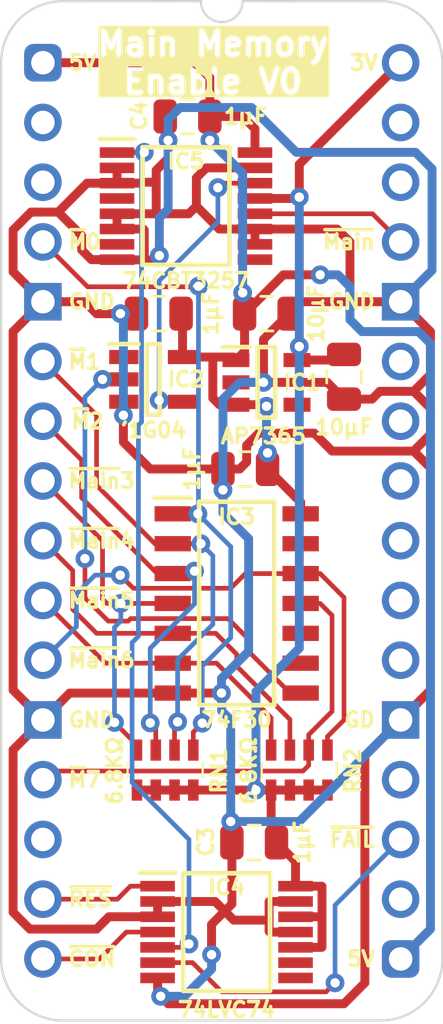
<source format=kicad_pcb>
(kicad_pcb (version 20241229) (generator "pcbnew") (generator_version "9.0")
  (title_block (title "Main Memory Enable") (date "2024-02-16") (rev "V0"))
  (layers (0 "F.Cu" signal) (2 "B.Cu" signal) (13 "F.Paste" user) (15 "B.Paste" user) (5 "F.SilkS" user "F.Silkscreen") (7 "B.SilkS" user "B.Silkscreen") (1 "F.Mask" user) (3 "B.Mask" user) (25 "Edge.Cuts" user))
  (net 0 "")
  (net 2 "/~{Pre-Main Memory}")
  (net 9 "/Pre-Main Memory")
  (net 10 "~{Main}2")
  (net 11 "~{Main}1")
  (net 13 "~{Main}7")
  (net 14 "~{Main}0")
  (net 27 "~{Main}4")
  (net 28 "3.3V")
  (net 29 "GND")
  (net 30 "5V")
  (net 31 "~{Reset}")
  (net 32 "~{Contention}")
  (net 33 "~{Main}3")
  (net 34 "~{Main}6")
  (net 36 "~{Main}5")
  (net 37 "~{Set Contention}")
  (net 38 "/Contention")
  (net 39 "~{Main Memory}")
  (footprint "SamacSys_Parts:C_0805" (layer "F.Cu") (at 4.953 10.668 90)
    (property "Reference" "C1" (hide yes))
    (property "Value" "1μF" (at 0 2.204 90) (layer "F.SilkS") (effects (font (size 0.635 0.635))))
    (pad "1" smd roundrect (at 0 0.934 180) (size 1 1.45) (layers "F.Cu" "F.Mask" "F.Paste") (net 30 "5V"))
    (pad "2" smd roundrect (at 0 -0.966 180) (size 1 1.45) (layers "F.Cu" "F.Mask" "F.Paste") (net 29 "GND"))
  )
  (footprint "SamacSys_Parts:C_0805" (layer "F.Cu") (at 6.178 2.286 90)
    (property "Reference" "C4" (at 0.026999 -2.075 90) (layer "F.SilkS") (effects (font (size 0.635 0.635))))
    (property "Value" "1μF" (at 0 2.458 180) (layer "F.SilkS") (effects (font (size 0.635 0.635))))
    (pad "1" smd roundrect (at 0 0.934 180) (size 1 1.45) (layers "F.Cu" "F.Mask" "F.Paste") (net 30 "5V"))
    (pad "2" smd roundrect (at 0 -0.966 180) (size 1 1.45) (layers "F.Cu" "F.Mask" "F.Paste") (net 29 "GND"))
  )
  (footprint "SamacSys_Parts:CAY16-J4" (layer "F.Cu") (at 5.207 30.099 90)
    (property "Reference" "RN1" (at 0 2.286 90) (layer "F.SilkS") (effects (font (size 0.635 0.635))))
    (property "Value" "CAY16-682J4LF" (hide yes))
    (fp_text user "${Silkscreen}" (at 0 -2.159001 90) (layer "F.SilkS") (effects (font (size 0.635 0.635))))
    (pad "1" smd rect (at 0.879 1.2 180) (size 0.45 0.9) (layers "F.Cu" "F.Mask" "F.Paste") (net 14 "~{Main}0"))
    (pad "2" smd rect (at 0.879 0.4 180) (size 0.45 0.9) (layers "F.Cu" "F.Mask" "F.Paste") (net 11 "~{Main}1"))
    (pad "3" smd rect (at 0.879 -0.4 180) (size 0.45 0.9) (layers "F.Cu" "F.Mask" "F.Paste") (net 10 "~{Main}2"))
    (pad "4" smd rect (at 0.879 -1.2 180) (size 0.45 0.9) (layers "F.Cu" "F.Mask" "F.Paste") (net 33 "~{Main}3"))
    (pad "5" smd rect (at -0.821 -1.2 180) (size 0.45 0.9) (layers "F.Cu" "F.Mask" "F.Paste") (net 28 "3.3V"))
    (pad "6" smd rect (at -0.821 -0.4 180) (size 0.45 0.9) (layers "F.Cu" "F.Mask" "F.Paste") (net 28 "3.3V"))
    (pad "7" smd rect (at -0.821 0.4 180) (size 0.45 0.9) (layers "F.Cu" "F.Mask" "F.Paste") (net 28 "3.3V"))
    (pad "8" smd rect (at -0.821 1.2 180) (size 0.45 0.9) (layers "F.Cu" "F.Mask" "F.Paste") (net 28 "3.3V"))
  )
  (footprint "SamacSys_Parts:CAY16-J4" (layer "F.Cu") (at 10.922 30.099 90)
    (property "Reference" "RN2" (at 0 2.286 90) (layer "F.SilkS") (effects (font (size 0.635 0.635))))
    (property "Value" "CAY16-682J4LF" (hide yes))
    (fp_text user "${Silkscreen}" (at 0 -2.159001 90) (layer "F.SilkS") (effects (font (size 0.635 0.635))))
    (pad "1" smd rect (at 0.879 1.2 180) (size 0.45 0.9) (layers "F.Cu" "F.Mask" "F.Paste") (net 34 "~{Main}6"))
    (pad "2" smd rect (at 0.879 0.4 180) (size 0.45 0.9) (layers "F.Cu" "F.Mask" "F.Paste") (net 13 "~{Main}7"))
    (pad "3" smd rect (at 0.879 -0.4 180) (size 0.45 0.9) (layers "F.Cu" "F.Mask" "F.Paste") (net 27 "~{Main}4"))
    (pad "4" smd rect (at 0.879 -1.2 180) (size 0.45 0.9) (layers "F.Cu" "F.Mask" "F.Paste") (net 36 "~{Main}5"))
    (pad "5" smd rect (at -0.821 -1.2 180) (size 0.45 0.9) (layers "F.Cu" "F.Mask" "F.Paste") (net 28 "3.3V"))
    (pad "6" smd rect (at -0.821 -0.4 180) (size 0.45 0.9) (layers "F.Cu" "F.Mask" "F.Paste") (net 28 "3.3V"))
    (pad "7" smd rect (at -0.821 0.4 180) (size 0.45 0.9) (layers "F.Cu" "F.Mask" "F.Paste") (net 28 "3.3V"))
    (pad "8" smd rect (at -0.821 1.2 180) (size 0.45 0.9) (layers "F.Cu" "F.Mask" "F.Paste") (net 28 "3.3V"))
  )
  (footprint "SamacSys_Parts:SOT95P285X130-5N" (layer "F.Cu") (at 9.525 13.589)
    (property "Reference" "IC1" (at 1.524 0 0) (layer "F.SilkS") (effects (font (size 0.635 0.635))))
    (property "Value" "AP7365-33WG-7" (hide yes))
    (property "Silkscreen" "AP7365" (at -0.127 2.286 0) (layer "F.SilkS") (effects (font (size 0.635 0.635))))
    (pad "1" smd rect (at -1.3 -0.95 90) (size 0.6 1.15) (layers "F.Cu" "F.Mask" "F.Paste") (net 30 "5V"))
    (pad "2" smd rect (at -1.3 0 90) (size 0.6 1.15) (layers "F.Cu" "F.Mask" "F.Paste") (net 29 "GND"))
    (pad "3" smd rect (at -1.3 0.95 90) (size 0.6 1.15) (layers "F.Cu" "F.Mask" "F.Paste") (net 30 "5V"))
    (pad "4" smd rect (at 1.3 0.95 90) (size 0.6 1.15) (layers "F.Cu" "F.Mask" "F.Paste"))
    (pad "5" smd rect (at 1.3 -0.95 90) (size 0.6 1.15) (layers "F.Cu" "F.Mask" "F.Paste") (net 28 "3.3V"))
  )
  (footprint "SamacSys_Parts:C_0805" (layer "F.Cu") (at 9.525 10.668 -90)
    (property "Reference" "C10" (hide yes))
    (property "Value" "10µF" (at 0 -2.114 90) (layer "F.SilkS") (effects (font (size 0.635 0.635))))
    (pad "1" smd roundrect (at 0 0.934) (size 1 1.45) (layers "F.Cu" "F.Mask" "F.Paste") (net 30 "5V"))
    (pad "2" smd roundrect (at 0 -0.966) (size 1 1.45) (layers "F.Cu" "F.Mask" "F.Paste") (net 29 "GND"))
  )
  (footprint "SamacSys_Parts:SOIC127P600X175-14N" (layer "F.Cu") (at 8.255 22.987)
    (property "Reference" "IC3" (at 0 -3.683 0) (layer "F.SilkS") (effects (font (size 0.635 0.635))))
    (property "Value" "SN74F30DR" (hide yes))
    (fp_text user "${Silkscreen}" (at 0 4.953 0) (layer "F.SilkS") (effects (font (size 0.635 0.635))))
    (pad "1" smd rect (at -2.725 -3.81 90) (size 0.65 1.55) (layers "F.Cu" "F.Mask" "F.Paste") (net 14 "~{Main}0"))
    (pad "2" smd rect (at -2.725 -2.54 90) (size 0.65 1.55) (layers "F.Cu" "F.Mask" "F.Paste") (net 11 "~{Main}1"))
    (pad "3" smd rect (at -2.725 -1.27 90) (size 0.65 1.55) (layers "F.Cu" "F.Mask" "F.Paste") (net 10 "~{Main}2"))
    (pad "4" smd rect (at -2.725 0 90) (size 0.65 1.55) (layers "F.Cu" "F.Mask" "F.Paste") (net 33 "~{Main}3"))
    (pad "5" smd rect (at -2.725 1.27 90) (size 0.65 1.55) (layers "F.Cu" "F.Mask" "F.Paste") (net 27 "~{Main}4"))
    (pad "6" smd rect (at -2.725 2.54 90) (size 0.65 1.55) (layers "F.Cu" "F.Mask" "F.Paste") (net 36 "~{Main}5"))
    (pad "7" smd rect (at -2.725 3.81 90) (size 0.65 1.55) (layers "F.Cu" "F.Mask" "F.Paste") (net 29 "GND"))
    (pad "8" smd rect (at 2.725 3.81 90) (size 0.65 1.55) (layers "F.Cu" "F.Mask" "F.Paste") (net 9 "/Pre-Main Memory"))
    (pad "9" smd rect (at 2.725 2.54 90) (size 0.65 1.55) (layers "F.Cu" "F.Mask" "F.Paste"))
    (pad "10" smd rect (at 2.725 1.27 90) (size 0.65 1.55) (layers "F.Cu" "F.Mask" "F.Paste"))
    (pad "11" smd rect (at 2.725 0 90) (size 0.65 1.55) (layers "F.Cu" "F.Mask" "F.Paste") (net 13 "~{Main}7"))
    (pad "12" smd rect (at 2.725 -1.27 90) (size 0.65 1.55) (layers "F.Cu" "F.Mask" "F.Paste") (net 34 "~{Main}6"))
    (pad "13" smd rect (at 2.725 -2.54 90) (size 0.65 1.55) (layers "F.Cu" "F.Mask" "F.Paste"))
    (pad "14" smd rect (at 2.725 -3.81 90) (size 0.65 1.55) (layers "F.Cu" "F.Mask" "F.Paste") (net 30 "5V"))
  )
  (footprint "SamacSys_Parts:SOP65P640X110-14N" (layer "F.Cu") (at 7.824 36.957)
    (property "Reference" "IC4" (at 0 -1.905 0) (layer "F.SilkS") (effects (font (size 0.635 0.635))))
    (property "Value" "74LVC74APW,118" (hide yes))
    (fp_text user "${Silkscreen}" (at 0 3.302 0) (layer "F.SilkS") (effects (font (size 0.635 0.635))))
    (pad "1" smd rect (at -2.938 -1.95 90) (size 0.45 1.475) (layers "F.Cu" "F.Mask" "F.Paste") (net 31 "~{Reset}"))
    (pad "2" smd rect (at -2.938 -1.3 90) (size 0.45 1.475) (layers "F.Cu" "F.Mask" "F.Paste") (net 29 "GND"))
    (pad "3" smd rect (at -2.938 -0.65 90) (size 0.45 1.475) (layers "F.Cu" "F.Mask" "F.Paste") (net 29 "GND"))
    (pad "4" smd rect (at -2.938 0 90) (size 0.45 1.475) (layers "F.Cu" "F.Mask" "F.Paste") (net 37 "~{Set Contention}"))
    (pad "5" smd rect (at -2.938 0.65 90) (size 0.45 1.475) (layers "F.Cu" "F.Mask" "F.Paste") (net 38 "/Contention"))
    (pad "6" smd rect (at -2.938 1.3 90) (size 0.45 1.475) (layers "F.Cu" "F.Mask" "F.Paste") (net 32 "~{Contention}"))
    (pad "7" smd rect (at -2.938 1.95 90) (size 0.45 1.475) (layers "F.Cu" "F.Mask" "F.Paste") (net 29 "GND"))
    (pad "8" smd rect (at 2.938 1.95 90) (size 0.45 1.475) (layers "F.Cu" "F.Mask" "F.Paste"))
    (pad "9" smd rect (at 2.938 1.3 90) (size 0.45 1.475) (layers "F.Cu" "F.Mask" "F.Paste"))
    (pad "10" smd rect (at 2.938 0.65 90) (size 0.45 1.475) (layers "F.Cu" "F.Mask" "F.Paste") (net 28 "3.3V"))
    (pad "11" smd rect (at 2.938 0 90) (size 0.45 1.475) (layers "F.Cu" "F.Mask" "F.Paste") (net 29 "GND"))
    (pad "12" smd rect (at 2.938 -0.65 90) (size 0.45 1.475) (layers "F.Cu" "F.Mask" "F.Paste") (net 28 "3.3V"))
    (pad "13" smd rect (at 2.938 -1.3 90) (size 0.45 1.475) (layers "F.Cu" "F.Mask" "F.Paste") (net 29 "GND"))
    (pad "14" smd rect (at 2.938 -1.95 90) (size 0.45 1.475) (layers "F.Cu" "F.Mask" "F.Paste") (net 28 "3.3V"))
  )
  (footprint "SamacSys_Parts:SOP65P640X120-16N" (layer "F.Cu") (at 6.096 6.096)
    (property "Reference" "IC5" (at 0 -1.905 0) (layer "F.SilkS") (effects (font (size 0.635 0.635))))
    (property "Value" "SN74CBT3257CPWR" (hide yes))
    (property "Silkscreen" "74CBT3257" (at 0 3.175 0) (layer "F.SilkS") (effects (font (size 0.635 0.635))))
    (pad "1" smd rect (at -2.938 -2.275 90) (size 0.45 1.475) (layers "F.Cu" "F.Mask" "F.Paste") (net 38 "/Contention"))
    (pad "2" smd rect (at -2.938 -1.625 90) (size 0.45 1.475) (layers "F.Cu" "F.Mask" "F.Paste") (net 29 "GND"))
    (pad "3" smd rect (at -2.938 -0.975 90) (size 0.45 1.475) (layers "F.Cu" "F.Mask" "F.Paste") (net 29 "GND"))
    (pad "4" smd rect (at -2.938 -0.325 90) (size 0.45 1.475) (layers "F.Cu" "F.Mask" "F.Paste"))
    (pad "5" smd rect (at -2.938 0.325 90) (size 0.45 1.475) (layers "F.Cu" "F.Mask" "F.Paste") (net 29 "GND"))
    (pad "6" smd rect (at -2.938 0.975 90) (size 0.45 1.475) (layers "F.Cu" "F.Mask" "F.Paste") (net 29 "GND"))
    (pad "7" smd rect (at -2.938 1.625 90) (size 0.45 1.475) (layers "F.Cu" "F.Mask" "F.Paste"))
    (pad "8" smd rect (at -2.938 2.275 90) (size 0.45 1.475) (layers "F.Cu" "F.Mask" "F.Paste") (net 29 "GND"))
    (pad "9" smd rect (at 2.938 2.275 90) (size 0.45 1.475) (layers "F.Cu" "F.Mask" "F.Paste"))
    (pad "10" smd rect (at 2.938 1.625 90) (size 0.45 1.475) (layers "F.Cu" "F.Mask" "F.Paste") (net 29 "GND"))
    (pad "11" smd rect (at 2.938 0.975 90) (size 0.45 1.475) (layers "F.Cu" "F.Mask" "F.Paste") (net 29 "GND"))
    (pad "12" smd rect (at 2.938 0.325 90) (size 0.45 1.475) (layers "F.Cu" "F.Mask" "F.Paste") (net 39 "~{Main Memory}"))
    (pad "13" smd rect (at 2.938 -0.325 90) (size 0.45 1.475) (layers "F.Cu" "F.Mask" "F.Paste") (net 28 "3.3V"))
    (pad "14" smd rect (at 2.938 -0.975 90) (size 0.45 1.475) (layers "F.Cu" "F.Mask" "F.Paste") (net 2 "/~{Pre-Main Memory}"))
    (pad "15" smd rect (at 2.938 -1.625 90) (size 0.45 1.475) (layers "F.Cu" "F.Mask" "F.Paste") (net 29 "GND"))
    (pad "16" smd rect (at 2.938 -2.275 90) (size 0.45 1.475) (layers "F.Cu" "F.Mask" "F.Paste") (net 30 "5V"))
  )
  (footprint "SamacSys_Parts:C_0805" (layer "F.Cu") (at 9.017 33.147 90)
    (property "Reference" "C3" (at 0.026999 -2.075 90) (layer "F.SilkS") (effects (font (size 0.635 0.635))))
    (property "Value" "1μF" (at 0 2.032 90) (layer "F.SilkS") (effects (font (size 0.635 0.635))))
    (pad "1" smd roundrect (at 0 0.934 180) (size 1 1.45) (layers "F.Cu" "F.Mask" "F.Paste") (net 28 "3.3V"))
    (pad "2" smd roundrect (at 0 -0.966 180) (size 1 1.45) (layers "F.Cu" "F.Mask" "F.Paste") (net 29 "GND"))
  )
  (footprint "SamacSys_Parts:SOT95P275X110-5N" (layer "F.Cu") (at 4.699 13.462)
    (property "Reference" "IC2" (at 1.397 0 0) (layer "F.SilkS") (effects (font (size 0.635 0.635))))
    (property "Value" "74LVC1G04GV,125" (hide yes))
    (property "Silkscreen" "'1G04" (at 0 2.159 0) (layer "F.SilkS") (effects (font (size 0.635 0.635))))
    (pad "1" smd rect (at -1.25 -0.95 90) (size 0.6 1.25) (layers "F.Cu" "F.Mask" "F.Paste"))
    (pad "2" smd rect (at -1.25 0 90) (size 0.6 1.25) (layers "F.Cu" "F.Mask" "F.Paste") (net 9 "/Pre-Main Memory"))
    (pad "3" smd rect (at -1.25 0.95 90) (size 0.6 1.25) (layers "F.Cu" "F.Mask" "F.Paste") (net 29 "GND"))
    (pad "4" smd rect (at 1.25 0.95 90) (size 0.6 1.25) (layers "F.Cu" "F.Mask" "F.Paste") (net 2 "/~{Pre-Main Memory}"))
    (pad "5" smd rect (at 1.25 -0.95 90) (size 0.6 1.25) (layers "F.Cu" "F.Mask" "F.Paste") (net 30 "5V"))
  )
  (footprint "SamacSys_Parts:DIP-32_Board_W15.24mm" (layer "F.Cu") (at 0 0)
    (property "Reference" "J2" (hide yes))
    (property "Value" "Board 2x16 W15.24mm" (hide yes))
    (fp_line (start -1.778 38.1) (end -1.778 0) (stroke (width 0.1)) (layer "Edge.Cuts"))
    (fp_line (start 6.731 -2.6162) (end 0.835732 -2.613732) (stroke (width 0.1)) (layer "Edge.Cuts"))
    (fp_line (start 14.404267 -2.613733) (end 8.509 -2.6162) (stroke (width 0.1)) (layer "Edge.Cuts"))
    (fp_line (start 14.404268 40.713732) (end 0.835733 40.713733) (stroke (width 0.1)) (layer "Edge.Cuts"))
    (fp_line (start 17.018 38.1) (end 17.017999 -0.000001) (stroke (width 0.1)) (layer "Edge.Cuts"))
    (fp_arc (start -1.778 0) (mid -1.012456 -1.848188) (end 0.835732 -2.613732) (stroke (width 0.1)) (layer "Edge.Cuts"))
    (fp_arc (start 0.835733 40.713733) (mid -1.012456 39.948189) (end -1.778 38.1) (stroke (width 0.1)) (layer "Edge.Cuts"))
    (fp_arc (start 8.509 -2.6162) (mid 7.62 -1.7272) (end 6.731 -2.6162) (stroke (width 0.1)) (layer "Edge.Cuts"))
    (fp_arc (start 14.404267 -2.613733) (mid 16.252455 -1.848189) (end 17.017999 -0.000001) (stroke (width 0.1)) (layer "Edge.Cuts"))
    (fp_arc (start 17.018 38.1) (mid 16.252455 39.948187) (end 14.404268 40.713732) (stroke (width 0.1)) (layer "Edge.Cuts"))
    (pad "1" thru_hole roundrect (at 0 0) (size 1.6 1.6) (drill 1) (layers "*.Cu" "*.Mask") (net 30 "5V"))
    (pad "2" thru_hole oval (at 0 2.54) (size 1.6 1.6) (drill 1) (layers "*.Cu" "*.Mask"))
    (pad "3" thru_hole oval (at 0 5.08) (size 1.6 1.6) (drill 1) (layers "*.Cu" "*.Mask"))
    (pad "4" thru_hole oval (at 0 7.62) (size 1.6 1.6) (drill 1) (layers "*.Cu" "*.Mask") (net 14 "~{Main}0"))
    (pad "5" thru_hole rect (at 0 10.16) (size 1.6 1.6) (drill 1) (layers "*.Cu" "*.Mask") (net 29 "GND"))
    (pad "6" thru_hole oval (at 0 12.7) (size 1.6 1.6) (drill 1) (layers "*.Cu" "*.Mask") (net 11 "~{Main}1"))
    (pad "7" thru_hole oval (at 0 15.24) (size 1.6 1.6) (drill 1) (layers "*.Cu" "*.Mask") (net 10 "~{Main}2"))
    (pad "8" thru_hole oval (at 0 17.78) (size 1.6 1.6) (drill 1) (layers "*.Cu" "*.Mask") (net 33 "~{Main}3"))
    (pad "9" thru_hole oval (at 0 20.32) (size 1.6 1.6) (drill 1) (layers "*.Cu" "*.Mask") (net 27 "~{Main}4"))
    (pad "10" thru_hole oval (at 0 22.86) (size 1.6 1.6) (drill 1) (layers "*.Cu" "*.Mask") (net 36 "~{Main}5"))
    (pad "11" thru_hole oval (at 0 25.4) (size 1.6 1.6) (drill 1) (layers "*.Cu" "*.Mask") (net 34 "~{Main}6"))
    (pad "12" thru_hole rect (at 0 27.94) (size 1.6 1.6) (drill 1) (layers "*.Cu" "*.Mask") (net 29 "GND"))
    (pad "13" thru_hole oval (at 0 30.48) (size 1.6 1.6) (drill 1) (layers "*.Cu" "*.Mask") (net 13 "~{Main}7"))
    (pad "14" thru_hole oval (at 0 33.02) (size 1.6 1.6) (drill 1) (layers "*.Cu" "*.Mask"))
    (pad "15" thru_hole oval (at 0 35.56) (size 1.6 1.6) (drill 1) (layers "*.Cu" "*.Mask") (net 31 "~{Reset}"))
    (pad "16" thru_hole oval (at 0 38.1) (size 1.6 1.6) (drill 1) (layers "*.Cu" "*.Mask") (net 37 "~{Set Contention}"))
    (pad "17" thru_hole roundrect (at 15.24 38.1) (size 1.6 1.6) (drill 1) (layers "*.Cu" "*.Mask") (net 30 "5V"))
    (pad "18" thru_hole oval (at 15.24 35.56 180) (size 1.6 1.6) (drill 1) (layers "*.Cu" "*.Mask"))
    (pad "19" thru_hole oval (at 15.24 33.02 180) (size 1.6 1.6) (drill 1) (layers "*.Cu" "*.Mask") (net 32 "~{Contention}"))
    (pad "20" thru_hole oval (at 15.24 30.48 180) (size 1.6 1.6) (drill 1) (layers "*.Cu" "*.Mask"))
    (pad "21" thru_hole rect (at 15.24 27.94) (size 1.6 1.6) (drill 1) (layers "*.Cu" "*.Mask") (net 29 "GND"))
    (pad "22" thru_hole oval (at 15.24 25.4) (size 1.6 1.6) (drill 1) (layers "*.Cu" "*.Mask"))
    (pad "23" thru_hole oval (at 15.24 22.86) (size 1.6 1.6) (drill 1) (layers "*.Cu" "*.Mask"))
    (pad "24" thru_hole oval (at 15.24 20.32) (size 1.6 1.6) (drill 1) (layers "*.Cu" "*.Mask"))
    (pad "25" thru_hole oval (at 15.24 17.78) (size 1.6 1.6) (drill 1) (layers "*.Cu" "*.Mask"))
    (pad "26" thru_hole oval (at 15.24 15.24) (size 1.6 1.6) (drill 1) (layers "*.Cu" "*.Mask"))
    (pad "27" thru_hole oval (at 15.24 12.7) (size 1.6 1.6) (drill 1) (layers "*.Cu" "*.Mask"))
    (pad "28" thru_hole rect (at 15.24 10.16) (size 1.6 1.6) (drill 1) (layers "*.Cu" "*.Mask") (net 29 "GND"))
    (pad "29" thru_hole oval (at 15.24 7.62) (size 1.6 1.6) (drill 1) (layers "*.Cu" "*.Mask") (net 39 "~{Main Memory}"))
    (pad "30" thru_hole oval (at 15.24 5.08) (size 1.6 1.6) (drill 1) (layers "*.Cu" "*.Mask"))
    (pad "31" thru_hole oval (at 15.24 2.54) (size 1.6 1.6) (drill 1) (layers "*.Cu" "*.Mask"))
    (pad "32" thru_hole oval (at 15.24 0) (size 1.6 1.6) (drill 1) (layers "*.Cu" "*.Mask") (net 28 "3.3V"))
  )
  (footprint "SamacSys_Parts:C_0805" (layer "F.Cu") (at 8.636 17.272 90)
    (property "Reference" "C6" (hide yes))
    (property "Value" "1μF" (at 0 -2.286 90) (layer "F.SilkS") (effects (font (size 0.635 0.635))))
    (pad "1" smd roundrect (at 0 0.934 180) (size 1 1.45) (layers "F.Cu" "F.Mask" "F.Paste") (net 30 "5V"))
    (pad "2" smd roundrect (at 0 -0.966 180) (size 1 1.45) (layers "F.Cu" "F.Mask" "F.Paste") (net 29 "GND"))
  )
  (footprint "SamacSys_Parts:C_0805" (layer "F.Cu") (at 12.827 13.335 180)
    (property "Reference" "C11" (hide yes))
    (property "Value" "10µF" (at 0 -2.159 0) (layer "F.SilkS") (effects (font (size 0.635 0.635))))
    (pad "1" smd roundrect (at 0 0.934 270) (size 1 1.45) (layers "F.Cu" "F.Mask" "F.Paste") (net 28 "3.3V"))
    (pad "2" smd roundrect (at 0 -0.966 270) (size 1 1.45) (layers "F.Cu" "F.Mask" "F.Paste") (net 29 "GND"))
  )
  (gr_text "~{Main}3" (at 1.016 17.78 0) (layer "F.SilkS") (effects (font (size 0.635 0.635) (thickness 0.15) (bold yes)) (justify left)))
  (gr_text "~{Main}6" (at 1.016 25.4 0) (layer "F.SilkS") (effects (font (size 0.635 0.635) (thickness 0.15) (bold yes)) (justify left)))
  (gr_text "~{Main}4" (at 1.016 20.32 0) (layer "F.SilkS") (effects (font (size 0.635 0.635) (thickness 0.15) (bold yes)) (justify left)))
  (gr_text "~{Main}" (at 14.224 7.62 0) (layer "F.SilkS") (effects (font (size 0.635 0.635) (thickness 0.15) (bold yes)) (justify right)))
  (gr_text "~{RES}" (at 1.016 35.56 0) (layer "F.SilkS") (effects (font (size 0.635 0.635) (thickness 0.15) (bold yes)) (justify left)))
  (gr_text "~{M}7" (at 1.016 30.48 0) (layer "F.SilkS") (effects (font (size 0.635 0.635) (thickness 0.15) (bold yes)) (justify left)))
  (gr_text "5V" (at 1.016 0 0) (layer "F.SilkS") (effects (font (size 0.635 0.635) (thickness 0.15) (bold yes)) (justify left)))
  (gr_text "~{M}1" (at 1.016 12.7 0) (layer "F.SilkS") (effects (font (size 0.635 0.635) (thickness 0.15) (bold yes)) (justify left)))
  (gr_text "~{CON}" (at 1.016 38.1 0) (layer "F.SilkS") (effects (font (size 0.635 0.635) (thickness 0.15) (bold yes)) (justify left)))
  (gr_text "GND" (at 1.016 27.94 0) (layer "F.SilkS") (effects (font (size 0.635 0.635) (thickness 0.15) (bold yes)) (justify left)))
  (gr_text "GD" (at 14.224 27.94 0) (layer "F.SilkS") (effects (font (size 0.635 0.635) (thickness 0.15) (bold yes)) (justify right)))
  (gr_text "~{M}0" (at 1.016 7.62 0) (layer "F.SilkS") (effects (font (size 0.635 0.635) (thickness 0.15) (bold yes)) (justify left)))
  (gr_text "Main Memory\nEnable V0" (at 7.239 0 0) (layer "F.SilkS" knockout) (effects (font (size 1 1) (thickness 0.2) (bold yes))))
  (gr_text "GND" (at 14.224 10.16 0) (layer "F.SilkS") (effects (font (size 0.635 0.635) (thickness 0.15) (bold yes)) (justify right)))
  (gr_text "~{Main}5" (at 1.016 22.86 0) (layer "F.SilkS") (effects (font (size 0.635 0.635) (thickness 0.15) (bold yes)) (justify left)))
  (gr_text "~{M}2" (at 1.143 15.24 0) (layer "F.SilkS") (effects (font (size 0.635 0.635) (thickness 0.15) (bold yes)) (justify left)))
  (gr_text "GND" (at 1.016 10.16 0) (layer "F.SilkS") (effects (font (size 0.635 0.635) (thickness 0.15) (bold yes)) (justify left)))
  (gr_text "~{FAIL}" (at 14.224 33.02 0) (layer "F.SilkS") (effects (font (size 0.635 0.635) (thickness 0.15) (bold yes)) (justify right)))
  (gr_text "5V" (at 14.224 38.1 0) (layer "F.SilkS") (effects (font (size 0.635 0.635) (thickness 0.15) (bold yes)) (justify right)))
  (gr_text "3V" (at 14.351 0 0) (layer "F.SilkS") (effects (font (size 0.635 0.635) (thickness 0.15) (bold yes)) (justify right)))
  (segment (start 5.949 14.412) (end 5.014 14.412) (width 0.2) (layer "F.Cu") (net 2))
  (segment (start 9.034 5.121) (end 7.644207 5.121) (width 0.2) (layer "F.Cu") (net 2))
  (segment (start 5.014 14.412) (end 4.953 14.351) (width 0.2) (layer "F.Cu") (net 2))
  (segment (start 7.644207 5.121) (end 7.454207 5.311) (width 0.2) (layer "F.Cu") (net 2))
  (via (at 7.454207 5.311) (size 0.8) (drill 0.4) (layers "F.Cu" "B.Cu") (net 2))
  (via (at 4.953 14.351) (size 0.8) (drill 0.4) (layers "F.Cu" "B.Cu") (net 2))
  (segment (start 4.953 14.351) (end 4.953 9.271) (width 0.2) (layer "B.Cu") (net 2))
  (segment (start 4.953 9.271) (end 7.454207 6.769793) (width 0.2) (layer "B.Cu") (net 2))
  (segment (start 7.454207 6.769793) (end 7.454207 5.311) (width 0.2) (layer "B.Cu") (net 2))
  (segment (start 3.449 13.462) (end 2.540006 13.462) (width 0.2) (layer "F.Cu") (net 9))
  (segment (start 10.53 26.797) (end 8.763 25.03) (width 0.2) (layer "F.Cu") (net 9))
  (segment (start 3.734031 23.632) (end 3.629031 23.737) (width 0.2) (layer "F.Cu") (net 9))
  (segment (start 1.79 22.745) (end 1.79 21.082) (width 0.2) (layer "F.Cu") (net 9))
  (segment (start 7.884 23.632) (end 3.734031 23.632) (width 0.2) (layer "F.Cu") (net 9))
  (segment (start 8.763 25.03) (end 8.763 24.511) (width 0.2) (layer "F.Cu") (net 9))
  (segment (start 2.540006 13.462) (end 2.540003 13.461997) (width 0.2) (layer "F.Cu") (net 9))
  (segment (start 3.629031 23.737) (end 2.782 23.737) (width 0.2) (layer "F.Cu") (net 9))
  (segment (start 2.782 23.737) (end 1.79 22.745) (width 0.2) (layer "F.Cu") (net 9))
  (segment (start 8.763 24.511) (end 7.884 23.632) (width 0.2) (layer "F.Cu") (net 9))
  (via (at 1.79 21.082) (size 0.8) (drill 0.4) (layers "F.Cu" "B.Cu") (net 9))
  (via (at 2.540003 13.461997) (size 0.8) (drill 0.4) (layers "F.Cu" "B.Cu") (net 9))
  (segment (start 1.79 21.082) (end 1.79 14.212) (width 0.2) (layer "B.Cu") (net 9))
  (segment (start 1.79 14.212) (end 2.540003 13.461997) (width 0.2) (layer "B.Cu") (net 9))
  (segment (start 1.651 18.497339) (end 4.870661 21.717) (width 0.2) (layer "F.Cu") (net 10))
  (segment (start 4.807 28.302002) (end 4.572 28.067002) (width 0.2) (layer "F.Cu") (net 10))
  (segment (start 1.651 16.891) (end 1.651 18.497339) (width 0.2) (layer "F.Cu") (net 10))
  (segment (start 4.807 29.22) (end 4.807 28.302002) (width 0.2) (layer "F.Cu") (net 10))
  (segment (start 0 15.24) (end 1.651 16.891) (width 0.2) (layer "F.Cu") (net 10))
  (via (at 6.45901 21.611998) (size 0.8) (drill 0.4) (layers "F.Cu" "B.Cu") (net 10))
  (via (at 4.572 28.067002) (size 0.8) (drill 0.4) (layers "F.Cu" "B.Cu") (net 10))
  (segment (start 6.45901 23.00499) (end 6.45901 21.611998) (width 0.2) (layer "B.Cu") (net 10))
  (segment (start 4.572 28.067002) (end 4.572 24.892) (width 0.2) (layer "B.Cu") (net 10))
  (segment (start 4.572 24.892) (end 6.45901 23.00499) (width 0.2) (layer "B.Cu") (net 10))
  (segment (start 4.768 20.447) (end 5.53 20.447) (width 0.2) (layer "F.Cu") (net 11))
  (segment (start 2.286 17.965) (end 4.768 20.447) (width 0.2) (layer "F.Cu") (net 11))
  (segment (start 0 12.7) (end 2.286 14.986) (width 0.2) (layer "F.Cu") (net 11))
  (segment (start 2.286 14.986) (end 2.286 17.965) (width 0.2) (layer "F.Cu") (net 11))
  (segment (start 5.53 20.447) (end 6.731 20.447) (width 0.2) (layer "F.Cu") (net 11))
  (segment (start 5.607 29.22) (end 5.607 28.153195) (width 0.2) (layer "F.Cu") (net 11))
  (segment (start 5.607 28.153195) (end 5.738972 28.021223) (width 0.2) (layer "F.Cu") (net 11))
  (via (at 6.731 20.447) (size 0.8) (drill 0.4) (layers "F.Cu" "B.Cu") (net 11))
  (via (at 5.738972 28.021223) (size 0.8) (drill 0.4) (layers "F.Cu" "B.Cu") (net 11))
  (segment (start 5.738972 25.376028) (end 5.738972 28.021223) (width 0.2) (layer "B.Cu") (net 11))
  (segment (start 7.239 23.876) (end 5.738972 25.376028) (width 0.2) (layer "B.Cu") (net 11))
  (segment (start 6.731 20.447) (end 7.239 20.955) (width 0.2) (layer "B.Cu") (net 11))
  (segment (start 7.239 20.955) (end 7.239 23.876) (width 0.2) (layer "B.Cu") (net 11))
  (segment (start 11.322 28.57) (end 11.322 29.22) (width 0.2) (layer "F.Cu") (net 13))
  (segment (start 10.98 22.987) (end 11.811 22.987) (width 0.2) (layer "F.Cu") (net 13))
  (segment (start 11.811 22.987) (end 12.319 23.495) (width 0.2) (layer "F.Cu") (net 13))
  (segment (start 0.369001 30.110999) (end 11.081001 30.110999) (width 0.2) (layer "F.Cu") (net 13))
  (segment (start 12.319 23.495) (end 12.319 27.573) (width 0.2) (layer "F.Cu") (net 13))
  (segment (start 11.322 29.87) (end 11.322 29.22) (width 0.2) (layer "F.Cu") (net 13))
  (segment (start 11.081001 30.110999) (end 11.322 29.87) (width 0.2) (layer "F.Cu") (net 13))
  (segment (start 12.319 27.573) (end 11.322 28.57) (width 0.2) (layer "F.Cu") (net 13))
  (segment (start 6.407 29.22) (end 6.407 28.457218) (width 0.2) (layer "F.Cu") (net 14))
  (segment (start 6.407 28.457218) (end 6.787507 28.076711) (width 0.2) (layer "F.Cu") (net 14))
  (segment (start 1.905 9.525) (end 0 7.62) (width 0.2) (layer "F.Cu") (net 14))
  (segment (start 5.53 19.177) (end 6.604006 19.177) (width 0.2) (layer "F.Cu") (net 14))
  (segment (start 6.599395 9.525) (end 1.905 9.525) (width 0.2) (layer "F.Cu") (net 14))
  (segment (start 6.626565 9.49783) (end 6.599395 9.525) (width 0.2) (layer "F.Cu") (net 14))
  (via (at 6.604006 19.177) (size 0.8) (drill 0.4) (layers "F.Cu" "B.Cu") (net 14))
  (via (at 6.626565 9.49783) (size 0.8) (drill 0.4) (layers "F.Cu" "B.Cu") (net 14))
  (via (at 6.787507 28.076711) (size 0.8) (drill 0.4) (layers "F.Cu" "B.Cu") (net 14))
  (segment (start 8.001 20.573994) (end 6.604006 19.177) (width 0.2) (layer "B.Cu") (net 14))
  (segment (start 6.787507 28.076711) (end 6.787507 25.655179) (width 0.2) (layer "B.Cu") (net 14))
  (segment (start 6.626565 19.154441) (end 6.604006 19.177) (width 0.2) (layer "B.Cu") (net 14))
  (segment (start 6.787507 25.655179) (end 8.001 24.441686) (width 0.2) (layer "B.Cu") (net 14))
  (segment (start 6.626565 9.49783) (end 6.626565 19.154441) (width 0.2) (layer "B.Cu") (net 14))
  (segment (start 8.001 24.441686) (end 8.001 20.573994) (width 0.2) (layer "B.Cu") (net 14))
  (segment (start 8.255 25.146) (end 7.366 24.257) (width 0.2) (layer "F.Cu") (net 27))
  (segment (start 10.522 27.921) (end 8.255 25.654) (width 0.2) (layer "F.Cu") (net 27))
  (segment (start 8.255 25.654) (end 8.255 25.146) (width 0.2) (layer "F.Cu") (net 27))
  (segment (start 0 20.32) (end 1.27 21.59) (width 0.2) (layer "F.Cu") (net 27))
  (segment (start 1.27 23.241) (end 2.286 24.257) (width 0.2) (layer "F.Cu") (net 27))
  (segment (start 1.27 21.59) (end 1.27 23.241) (width 0.2) (layer "F.Cu") (net 27))
  (segment (start 10.522 29.22) (end 10.522 27.921) (width 0.2) (layer "F.Cu") (net 27))
  (segment (start 2.286 24.257) (end 5.53 24.257) (width 0.2) (layer "F.Cu") (net 27))
  (segment (start 7.366 24.257) (end 5.53 24.257) (width 0.2) (layer "F.Cu") (net 27))
  (segment (start 4.007 30.92) (end 4.807 30.92) (width 0.38) (layer "F.Cu") (net 28))
  (segment (start 11.8895 35.017) (end 11.8895 36.297) (width 0.38) (layer "F.Cu") (net 28))
  (segment (start 10.922 5.715) (end 10.866 5.771) (width 0.38) (layer "F.Cu") (net 28))
  (segment (start 10.762 33.958) (end 9.951 33.147) (width 0.38) (layer "F.Cu") (net 28))
  (segment (start 11.8795 37.607) (end 11.8895 37.597) (width 0.38) (layer "F.Cu") (net 28))
  (segment (start 11.8895 36.297) (end 11.8795 36.307) (width 0.38) (layer "F.Cu") (net 28))
  (segment (start 10.762 35.007) (end 10.762 33.958) (width 0.38) (layer "F.Cu") (net 28))
  (segment (start 4.807 30.92) (end 5.607 30.92) (width 0.38) (layer "F.Cu") (net 28))
  (segment (start 6.407 30.92) (end 9.076 30.92) (width 0.38) (layer "F.Cu") (net 28))
  (segment (start 10.825 12.162) (end 10.922 12.065) (width 0.38) (layer "F.Cu") (net 28))
  (segment (start 11.8895 37.597) (end 11.8895 36.317) (width 0.38) (layer "F.Cu") (net 28))
  (segment (start 10.922 4.318) (end 15.24 0) (width 0.38) (layer "F.Cu") (net 28))
  (segment (start 9.076 30.92) (end 9.076004 30.920004) (width 0.38) (layer "F.Cu") (net 28))
  (segment (start 10.762 35.007) (end 11.8795 35.007) (width 0.38) (layer "F.Cu") (net 28))
  (segment (start 9.076008 30.92) (end 9.076004 30.920004) (width 0.38) (layer "F.Cu") (net 28))
  (segment (start 10.522 30.92) (end 11.322 30.92) (width 0.38) (layer "F.Cu") (net 28))
  (segment (start 10.866 5.771) (end 9.034 5.771) (width 0.38) (layer "F.Cu") (net 28))
  (segment (start 11.8895 36.317) (end 11.8795 36.307) (width 0.38) (layer "F.Cu") (net 28))
  (segment (start 11.8795 36.307) (end 10.762 36.307) (width 0.38) (layer "F.Cu") (net 28))
  (segment (start 9.722 30.92) (end 10.522 30.92) (width 0.38) (layer "F.Cu") (net 28))
  (segment (start 12.122 30.92) (end 11.322 30.92) (width 0.38) (layer "F.Cu") (net 28))
  (segment (start 9.722 30.92) (end 9.722 32.918) (width 0.38) (layer "F.Cu") (net 28))
  (segment (start 9.722 30.92) (end 9.076008 30.92) (width 0.38) (layer "F.Cu") (net 28))
  (segment (start 5.607 30.92) (end 6.407 30.92) (width 0.38) (layer "F.Cu") (net 28))
  (segment (start 10.825 12.639) (end 12.684 12.639) (width 0.38) (layer "F.Cu") (net 28))
  (segment (start 10.762 37.607) (end 11.8795 37.607) (width 0.38) (layer "F.Cu") (net 28))
  (segment (start 10.825 12.639) (end 10.825 12.162) (width 0.38) (layer "F.Cu") (net 28))
  (segment (start 10.922 5.715) (end 10.922 4.318) (width 0.38) (layer "F.Cu") (net 28))
  (segment (start 11.8795 35.007) (end 11.8895 35.017) (width 0.38) (layer "F.Cu") (net 28))
  (via (at 9.076004 30.920004) (size 0.8) (drill 0.4) (layers "F.Cu" "B.Cu") (net 28))
  (via (at 10.922 5.715) (size 0.8) (drill 0.4) (layers "F.Cu" "B.Cu") (net 28))
  (via (at 10.922 12.065) (size 0.8) (drill 0.4) (layers "F.Cu" "B.Cu") (net 28))
  (segment (start 10.922 12.065) (end 10.922 5.715) (width 0.38) (layer "B.Cu") (net 28))
  (segment (start 10.922 24.892) (end 9.076004 26.737996) (width 0.38) (layer "B.Cu") (net 28))
  (segment (start 9.076004 26.737996) (end 9.076004 30.920004) (width 0.38) (layer "B.Cu") (net 28))
  (segment (start 10.922 12.065) (end 10.922 24.892) (width 0.38) (layer "B.Cu") (net 28))
  (segment (start 7.67 17.272) (end 7.67 18.161) (width 0.38) (layer "F.Cu") (net 29))
  (segment (start 13.716 39.116) (end 12.827 40.005) (width 0.38) (layer "F.Cu") (net 29))
  (segment (start 10.762 35.657) (end 9.6445 35.657) (width 0.38) (layer "F.Cu") (net 29))
  (segment (start 11.557 15.748) (end 12.319 16.51) (width 0.38) (layer "F.Cu") (net 29))
  (segment (start 5.53 26.797) (end 7.608 26.797) (width 0.38) (layer "F.Cu") (net 29))
  (segment (start 9.6345 35.667) (end 9.6345 36.922) (width 0.38) (layer "F.Cu") (net 29))
  (segment (start 9.6445 35.657) (end 9.6345 35.667) (width 0.38) (layer "F.Cu") (net 29))
  (segment (start 9.034 7.071) (end 12.532 7.071) (width 0.38) (layer "F.Cu") (net 29))
  (segment (start 0.6515 6.35) (end 1.651 7.3495) (width 0.38) (layer "F.Cu") (net 29))
  (segment (start 15.795 13.97) (end 16.51 13.255) (width 0.38) (layer "F.Cu") (net 29))
  (segment (start 15.24 10.16) (end 16.51 11.43) (width 0.38) (layer "F.Cu") (net 29))
  (segment (start 15.24 27.94) (end 13.716 29.464) (width 0.38) (layer "F.Cu") (net 29))
  (segment (start 16.51 11.43) (end 16.51 13.255) (width 0.38) (layer "F.Cu") (net 29))
  (segment (start 0 10.16) (end -1.27 8.89) (width 0.38) (layer "F.Cu") (net 29))
  (segment (start 5.53 26.797) (end 1.143 26.797) (width 0.38) (layer "F.Cu") (net 29))
  (segment (start -1.27 26.67) (end 0 27.94) (width 0.38) (layer "F.Cu") (net 29))
  (segment (start 4.572 17.272) (end 7.67 17.272) (width 0.38) (layer "F.Cu") (net 29))
  (segment (start -1.27 8.89) (end -1.27 7.112) (width 0.38) (layer "F.Cu") (net 29))
  (segment (start 7.513 7.071) (end 6.538 6.096) (width 0.38) (layer "F.Cu") (net 29))
  (segment (start 8.382 17.272) (end 8.68 16.974) (width 0.38) (layer "F.Cu") (net 29))
  (segment (start 13.081 10.16) (end 15.24 10.16) (width 0.38) (layer "F.Cu") (net 29))
  (segment (start -1.27 7.112) (end -0.508 6.35) (width 0.38) (layer "F.Cu") (net 29))
  (segment (start 5.334 4.064) (end 4.826 4.572) (width 0.38) (layer "F.Cu") (net 29))
  (segment (start 3.429 14.986) (end 3.429 16.129) (width 0.38) (layer "F.Cu") (net 29))
  (segment (start 4.781338 8.382) (end 4.961382 8.201956) (width 0.38) (layer "F.Cu") (net 29))
  (segment (start 2.286 36.83) (end 2.809 36.307) (width 0.38) (layer "F.Cu") (net 29))
  (segment (start -0.508 6.35) (end 0.6515 6.35) (width 0.38) (layer "F.Cu") (net 29))
  (segment (start 0 10.16) (end 1.778 10.16) (width 0.38) (layer "F.Cu") (net 29))
  (segment (start 4.886 35.657) (end 4.886 36.307) (width 0.38) (layer "F.Cu") (net 29))
  (segment (start 13.716 29.464) (end 13.716 39.116) (width 0.38) (layer "F.Cu") (net 29))
  (segment (start 4.826 5.08) (end 4.191 5.08) (width 0.38) (layer "F.Cu") (net 29))
  (segment (start 4.15 5.121) (end 4.191 5.08) (width 0.38) (layer "F.Cu") (net 29))
  (segment (start 8.051 33.147) (end 8.051 32.308) (width 0.38) (layer "F.Cu") (net 29))
  (segment (start 12.319 16.51) (end 15.795 16.51) (width 0.38) (layer "F.Cu") (net 29))
  (segment (start 3.449 14.966) (end 3.429 14.986) (width 0.38) (layer "F.Cu") (net 29))
  (segment (start 9.6345 36.922) (end 9.6695 36.957) (width 0.38) (layer "F.Cu") (net 29))
  (segment (start -1.27 29.21) (end -1.27 36.115) (width 0.38) (layer "F.Cu") (net 29))
  (segment (start 7.747 36.068) (end 7.1845 36.6305) (width 0.38) (layer "F.Cu") (net 29))
  (segment (start 3.158 7.071) (end 3.158 6.421) (width 0.38) (layer "F.Cu") (net 29))
  (segment (start 9.194 15.748) (end 11.557 15.748) (width 0.38) (layer "F.Cu") (net 29))
  (segment (start 1.8805 5.121) (end 0.6515 6.35) (width 0.38) (layer "F.Cu") (net 29))
  (segment (start 2.0655 8.371) (end 3.158 8.371) (width 0.38) (layer "F.Cu") (net 29))
  (segment (start 1.778 10.16) (end 2.286 10.668) (width 0.38) (layer "F.Cu") (net 29))
  (segment (start 8.051 32.308) (end 8.001 32.258) (width 0.38) (layer "F.Cu") (net 29))
  (segment (start -1.27 11.43) (end -1.27 26.67) (width 0.38) (layer "F.Cu") (net 29))
  (segment (start 14.02 14.301) (end 14.351 13.97) (width 0.38) (layer "F.Cu") (net 29))
  (segment (start 1.143 26.797) (end 0 27.94) (width 0.38) (layer "F.Cu") (net 29))
  (segment (start 2.286 10.668) (end 3.301992 10.668) (width 0.38) (layer "F.Cu") (net 29))
  (segment (start 9.034 7.071) (end 7.513 7.071) (width 0.38) (layer "F.Cu") (net 29))
  (segment (start 3.158 7.071) (end 4.2755 7.071) (width 0.38) (layer "F.Cu") (net 29))
  (segment (start 4.886 38.907) (end 4.886 39.557) (width 0.38) (layer "F.Cu") (net 29))
  (segment (start -1.27 36.115) (end -0.555 36.83) (width 0.38) (layer "F.Cu") (net 29))
  (segment (start 12.827 14.301) (end 12.115 13.589) (width 0.38) (layer "F.Cu") (net 29))
  (segment (start 4.826 6.421) (end 6.213 6.421) (width 0.38) (layer "F.Cu") (net 29))
  (segment (start 4.318 8.382) (end 3.169 8.382) (width 0.38) (layer "F.Cu") (net 29))
  (segment (start 12.827 40.005) (end 5.334 40.005) (width 0.38) (layer "F.Cu") (net 29))
  (segment (start 1.651 7.3495) (end 1.651 7.9565) (width 0.38) (layer "F.Cu") (net 29))
  (segment (start 5.212 2.286) (end 5.212 3.18) (width 0.38) (layer "F.Cu") (net 29))
  (segment (start 5.334 3.302) (end 5.334 4.064) (width 0.38) (layer "F.Cu") (net 29))
  (segment (start 4.318 7.1135) (end 4.318 8.382) (width 0.38) (layer "F.Cu") (net 29))
  (segment (start 1.651 7.9565) (end 2.0655 8.371) (width 0.38) (layer "F.Cu") (net 29))
  (segment (start 13.081 7.62) (end 13.081 10.16) (width 0.38) (layer "F.Cu") (net 29))
  (segment (start 15.795 13.97) (end 16.51 14.685) (width 0.38) (layer "F.Cu") (net 29))
  (segment (start 16.51 15.795) (end 15.795 16.51) (width 0.38) (layer "F.Cu") (net 29))
  (segment (start 10.999 10.16) (end 13.081 10.16) (width 0.38) (layer "F.Cu") (net 29))
  (segment (start 14.351 13.97) (end 15.795 13.97) (width 0.38) (layer "F.Cu") (net 29))
  (segment (start 16.51 17.225) (end 15.795 16.51) (width 0.38) (layer "F.Cu") (net 29))
  (segment (start 2.809 36.307) (end 4.886 36.307) (width 0.38) (layer "F.Cu") (net 29))
  (segment (start 6.538 6.096) (end 6.538 4.892) (width 0.38) (layer "F.Cu") (net 29))
  (segment (start 5.212 3.18) (end 5.334 3.302) (width 0.38) (layer "F.Cu") (net 29))
  (segment (start 3.987 10.668) (end 3.302 10.668) (width 0.38) (layer "F.Cu") (net 29))
  (segment (start -0.555 36.83) (end 2.286 36.83) (width 0.38) (layer "F.Cu") (net 29))
  (segment (start 10.491 10.668) (end 9.398 11.761) (width 0.38) (layer "F.Cu") (net 29))
  (segment (start 9.034 7.071) (end 9.034 7.721) (width 0.38) (layer "F.Cu") (net 29))
  (segment (start 8.68 16.262) (end 9.194 15.748) (width 0.38) (layer "F.Cu") (net 29))
  (segment (start 3.429 16.129) (end 4.572 17.272) (width 0.38) (layer "F.Cu") (net 29))
  (segment (start 9.6695 36.957) (end 10.762 36.957) (width 0.38) (layer "F.Cu") (net 29))
  (segment (start 4.2755 7.071) (end 4.318 7.1135) (width 0.38) (layer "F.Cu") (net 29))
  (segment (start 12.115 13.589) (end 9.398 13.589) (width 0.38) (layer "F.Cu") (net 29))
  (segment (start 9.6345 36.449) (end 8.128 36.449) (width 0.38) (layer "F.Cu") (net 29))
  (segment (start 3.158 5.121) (end 1.8805 5.121) (width 0.38) (layer "F.Cu") (net 29))
  (segment (start 5.334 40.005) (end 5.0165 39.6875) (width 0.38) (layer "F.Cu") (net 29))
  (segment (start 3.158 5.121) (end 4.15 5.121) (width 0.38) (layer "F.Cu") (net 29))
  (segment (start 0 10.16) (end -1.27 11.43) (width 0.38) (layer "F.Cu") (net 29))
  (segment (start 4.318 8.382) (end 4.781338 8.382) (width 0.38) (layer "F.Cu") (net 29))
  (segment (start 8.051 35.764) (end 7.747 36.068) (width 0.38) (layer "F.Cu") (net 29))
  (segment (start 8.128 36.449) (end 7.747 36.068) (width 0.38) (layer "F.Cu") (net 29))
  (segment (start 3.158 5.121) (end 3.158 4.471) (width 0.38) (layer "F.Cu") (net 29))
  (segment (start 10.491 10.668) (end 10.999 10.16) (width 0.38) (layer "F.Cu") (net 29))
  (segment (start 3.449 14.412) (end 3.449 14.966) (width 0.38) (layer "F.Cu") (net 29))
  (segment (start 6.213 6.421) (end 6.538 6.096) (width 0.38) (layer "F.Cu") (net 29))
  (segment (start 6.538 4.892) (end 6.959 4.471) (width 0.38) (layer "F.Cu") (net 29))
  (segment (start 7.67 17.272) (end 8.382 17.272) (width 0.38) (layer "F.Cu") (net 29))
  (segment (start 7.1845 36.6305) (end 7.1845 37.9185) (width 0.38) (layer "F.Cu") (net 29))
  (segment (start 12.827 14.301) (end 14.02 14.301) (width 0.38) (layer "F.Cu") (net 29))
  (segment (start 3.158 6.421) (end 4.826 6.421) (width 0.38) (layer "F.Cu") (net 29))
  (segment (start 9.398 11.761) (end 9.398 13.589) (width 0.38) (layer "F.Cu") (net 29))
  (segment (start 4.826 6.421) (end 4.826 5.08) (width 0.38) (layer "F.Cu") (net 29))
  (segment (start 8.68 16.974) (end 8.68 16.262) (width 0.38) (layer "F.Cu") (net 29))
  (segment (start 7.336 35.657) (end 4.886 35.657) (width 0.38) (layer "F.Cu") (net 29))
  (segment (start 12.532 7.071) (end 13.081 7.62) (width 0.38) (layer "F.Cu") (net 29))
  (segment (start 15.24 27.94) (end 16.51 26.67) (width 0.38) (layer "F.Cu") (net 29))
  (segment (start 16.51 26.67) (end 16.51 17.225) (width 0.38) (layer "F.Cu") (net 29))
  (segment (start 0 27.94) (end -1.27 29.21) (width 0.38) (layer "F.Cu") (net 29))
  (segment (start 6.959 4.471) (end 9.034 4.471) (width 0.38) (layer "F.Cu") (net 29))
  (segment (start 4.826 4.572) (end 4.826 5.08) (width 0.38) (layer "F.Cu") (net 29))
  (segment (start 8.051 33.147) (end 8.051 35.764) (width 0.38) (layer "F.Cu") (net 29))
  (segment (start 3.302 10.668) (end 3.301992 10.668) (width 0.38) (layer "F.Cu") (net 29))
  (segment (start 7.747 36.068) (end 7.336 35.657) (width 0.38) (layer "F.Cu") (net 29))
  (segment (start 9.398 13.589) (end 8.225 13.589) (width 0.38) (layer "F.Cu") (net 29))
  (segment (start 16.51 14.685) (end 16.51 15.795) (width 0.38) (layer "F.Cu") (net 29))
  (segment (start 4.886 39.557) (end 5.0165 39.6875) (width 0.38) (layer "F.Cu") (net 29))
  (via (at 5.334 3.302) (size 0.8) (drill 0.4) (layers "F.Cu" "B.Cu") (net 29))
  (via (at 8.001 32.258) (size 0.8) (drill 0.4) (layers "F.Cu" "B.Cu") (net 29))
  (via (at 3.301992 10.668) (size 0.8) (drill 0.4) (layers "F.Cu" "B.Cu") (net 29))
  (via (at 5.0165 39.6875) (size 0.8) (drill 0.4) (layers "F.Cu" "B.Cu") (net 29))
  (via (at 7.67 18.161) (size 0.8) (drill 0.4) (layers "F.Cu" "B.Cu") (net 29))
  (via (at 7.1845 37.9185) (size 0.8) (drill 0.4) (layers "F.Cu" "B.Cu") (net 29))
  (via (at 3.429 14.986) (size 0.8) (drill 0.4) (layers "F.Cu" "B.Cu") (net 29))
  (via (at 4.961382 8.201956) (size 0.8) (drill 0.4) (layers "F.Cu" "B.Cu") (net 29))
  (via (at 7.608 26.797) (size 0.8) (drill 0.4) (layers "F.Cu" "B.Cu") (net 29))
  (via (at 9.398 13.589) (size 0.8) (drill 0.4) (layers "F.Cu" "B.Cu") (net 29))
  (segment (start 8.382 13.589) (end 9.398 13.589) (width 0.38) (layer "B.Cu") (net 29))
  (segment (start 3.429 10.795008) (end 3.301992 10.668) (width 0.38) (layer "B.Cu") (net 29))
  (segment (start 7.67 14.301) (end 8.382 13.589) (width 0.38) (layer "B.Cu") (net 29))
  (segment (start 8.001 32.258) (end 8.001 27.94) (width 0.38) (layer "B.Cu") (net 29))
  (segment (start 16.577999 8.822001) (end 16.577999 4.512999) (width 0.38) (layer "B.Cu") (net 29))
  (segment (start 4.961382 8.201956) (end 4.961382 6.595618) (width 0.38) (layer "B.Cu") (net 29))
  (segment (start 16.577999 4.512999) (end 15.875 3.81) (width 0.38) (layer "B.Cu") (net 29))
  (segment (start 7.608 26.174) (end 8.763 25.019) (width 0.38) (layer "B.Cu") (net 29))
  (segment (start 15.875 3.81) (end 10.795 3.81) (width 0.38) (layer "B.Cu") (net 29))
  (segment (start 7.1845 37.9185) (end 7.1845 38.5355) (width 0.38) (layer "B.Cu") (net 29))
  (segment (start 10.922 32.258) (end 15.24 27.94) (width 0.38) (layer "B.Cu") (net 29))
  (segment (start 8.763 25.019) (end 8.763 20.2315) (width 0.38) (layer "B.Cu") (net 29))
  (segment (start 7.67 19.1385) (end 7.67 18.161) (width 0.38) (layer "B.Cu") (net 29))
  (segment (start 7.608 26.797) (end 7.614 26.803) (width 0.38) (layer "B.Cu") (net 29))
  (segment (start 6.0325 39.6875) (end 5.0165 39.6875) (width 0.38) (layer "B.Cu") (net 29))
  (segment (start 8.89 1.905) (end 5.842 1.905) (width 0.38) (layer "B.Cu") (net 29))
  (segment (start 10.795 3.81) (end 8.89 1.905) (width 0.38) (layer "B.Cu") (net 29))
  (segment (start 15.24 10.16) (end 16.577999 8.822001) (width 0.38) (layer "B.Cu") (net 29))
  (segment (start 4.961382 6.595618) (end 5.334 6.223) (width 0.38) (layer "B.Cu") (net 29))
  (segment (start 5.842 1.905) (end 5.334 2.413) (width 0.38) (layer "B.Cu") (net 29))
  (segment (start 7.614 27.553) (end 8.001 27.94) (width 0.38) (layer "B.Cu") (net 29))
  (segment (start 7.614 26.803) (end 7.614 27.553) (width 0.38) (layer "B.Cu") (net 29))
  (segment (start 5.334 2.413) (end 5.334 3.302) (width 0.38) (layer "B.Cu") (net 29))
  (segment (start 8.763 20.2315) (end 7.67 19.1385) (width 0.38) (layer "B.Cu") (net 29))
  (segment (start 8.001 32.258) (end 10.922 32.258) (width 0.38) (layer "B.Cu") (net 29))
  (segment (start 3.429 14.986) (end 3.429 10.795008) (width 0.38) (layer "B.Cu") (net 29))
  (segment (start 7.67 18.161) (end 7.67 14.301) (width 0.38) (layer "B.Cu") (net 29))
  (segment (start 5.334 3.302) (end 5.334 6.223) (width 0.38) (layer "B.Cu") (net 29))
  (segment (start 7.608 26.797) (end 7.608 26.174) (width 0.38) (layer "B.Cu") (net 29))
  (segment (start 7.1845 38.5355) (end 6.0325 39.6875) (width 0.38) (layer "B.Cu") (net 29))
  (segment (start 8.591 10.668) (end 10.241998 9.017002) (width 0.38) (layer "F.Cu") (net 30))
  (segment (start 5.949 12.512) (end 5.949 10.73) (width 0.38) (layer "F.Cu") (net 30))
  (segment (start 5.949 12.512) (end 7.239 12.512) (width 0.38) (layer "F.Cu") (net 30))
  (segment (start 8.225 14.539) (end 7.52 14.539) (width 0.38) (layer "F.Cu") (net 30))
  (segment (start 0 0) (end 6.477 0) (width 0.38) (layer "F.Cu") (net 30))
  (segment (start 7.112 0.635) (end 7.112 2.286) (width 0.38) (layer "F.Cu") (net 30))
  (segment (start 8.509 2.286) (end 9.034 2.811) (width 0.38) (layer "F.Cu") (net 30))
  (segment (start 8.098 12.512) (end 8.225 12.639) (width 0.38) (layer "F.Cu") (net 30))
  (segment (start 9.57 17.272) (end 9.57 16.588) (width 0.38) (layer "F.Cu") (net 30))
  (segment (start 8.591 12.273) (end 8.225 12.639) (width 0.38) (layer "F.Cu") (net 30))
  (segment (start 7.239 14.258) (end 7.239 12.512) (width 0.38) (layer "F.Cu") (net 30))
  (segment (start 9.57 17.272) (end 10.98 18.682) (width 0.38) (layer "F.Cu") (net 30))
  (segment (start 7.112 2.286) (end 7.112 3.302) (width 0.38) (layer "F.Cu") (net 30))
  (segment (start 10.241998 9.017002) (end 11.810996 9.017002) (width 0.38) (layer "F.Cu") (net 30))
  (segment (start 8.509 9.779) (end 8.509 10.586) (width 0.38) (layer "F.Cu") (net 30))
  (segment (start 7.112 2.286) (end 8.509 2.286) (width 0.38) (layer "F.Cu") (net 30))
  (segment (start 8.225 14.539) (end 9.459 14.539) (width 0.38) (layer "F.Cu") (net 30))
  (segment (start 9.034 2.811) (end 9.034 3.821) (width 0.38) (layer "F.Cu") (net 30))
  (segment (start 6.477 0) (end 7.112 0.635) (width 0.38) (layer "F.Cu") (net 30))
  (segment (start 10.98 18.682) (end 10.98 19.177) (width 0.38) (layer "F.Cu") (net 30))
  (segment (start 7.239 12.512) (end 8.098 12.512) (width 0.38) (layer "F.Cu") (net 30))
  (segment (start 8.591 10.668) (end 8.591 12.273) (width 0.38) (layer "F.Cu") (net 30))
  (segment (start 7.52 14.539) (end 7.239 14.258) (width 0.38) (layer "F.Cu") (net 30))
  (segment (start 9.459 14.539) (end 9.525 14.605) (width 0.38) (layer "F.Cu") (net 30))
  (via (at 9.57 16.588) (size 0.8) (drill 0.4) (layers "F.Cu" "B.Cu") (net 30))
  (via (at 7.112 3.302) (size 0.8) (drill 0.4) (layers "F.Cu" "B.Cu") (net 30))
  (via (at 11.810996 9.017002) (size 0.8) (drill 0.4) (layers "F.Cu" "B.Cu") (net 30))
  (via (at 8.509 9.779) (size 0.8) (drill 0.4) (layers "F.Cu" "B.Cu") (net 30))
  (via (at 9.525 14.605) (size 0.8) (drill 0.4) (layers "F.Cu" "B.Cu") (net 30))
  (segment (start 8.509 4.699) (end 8.509 9.779) (width 0.38) (layer "B.Cu") (net 30))
  (segment (start 7.112 3.302) (end 8.509 4.699) (width 0.38) (layer "B.Cu") (net 30))
  (segment (start 13.081 9.525) (end 13.081 10.922) (width 0.38) (layer "B.Cu") (net 30))
  (segment (start 9.525 14.605) (end 9.525 16.543) (width 0.38) (layer "B.Cu") (net 30))
  (segment (start 9.525 16.543) (end 9.57 16.588) (width 0.38) (layer "B.Cu") (net 30))
  (segment (start 13.081 10.922) (end 13.589 11.43) (width 0.38) (layer "B.Cu") (net 30))
  (segment (start 11.810996 9.017002) (end 12.573002 9.017002) (width 0.38) (layer "B.Cu") (net 30))
  (segment (start 16.51 36.83) (end 15.24 38.1) (width 0.38) (layer "B.Cu") (net 30))
  (segment (start 16.002 11.43) (end 16.51 11.938) (width 0.38) (layer "B.Cu") (net 30))
  (segment (start 16.51 11.938) (end 16.51 36.83) (width 0.38) (layer "B.Cu") (net 30))
  (segment (start 13.589 11.43) (end 16.002 11.43) (width 0.38) (layer "B.Cu") (net 30))
  (segment (start 12.573002 9.017002) (end 13.081 9.525) (width 0.38) (layer "B.Cu") (net 30))
  (segment (start 3.175 35.56) (end 0 35.56) (width 0.2) (layer "F.Cu") (net 31))
  (segment (start 4.886 35.007) (end 3.728 35.007) (width 0.2) (layer "F.Cu") (net 31))
  (segment (start 3.728 35.007) (end 3.175 35.56) (width 0.2) (layer "F.Cu") (net 31))
  (segment (start 7.6155 39.497) (end 12.065 39.497) (width 0.2) (layer "F.Cu") (net 32))
  (segment (start 6.3755 38.257) (end 7.6155 39.497) (width 0.2) (layer "F.Cu") (net 32))
  (segment (start 4.886 38.257) (end 6.3755 38.257) (width 0.2) (layer "F.Cu") (net 32))
  (segment (start 12.065 39.497) (end 12.446 39.116) (width 0.2) (layer "F.Cu") (net 32))
  (via (at 12.446 39.116) (size 0.8) (drill 0.4) (layers "F.Cu" "B.Cu") (net 32))
  (segment (start 15.24 33.02) (end 12.446 35.814) (width 0.2) (layer "B.Cu") (net 32))
  (segment (start 12.446 35.814) (end 12.446 39.116) (width 0.2) (layer "B.Cu") (net 32))
  (segment (start 0 17.78) (end 2.54 20.32) (width 0.2) (layer "F.Cu") (net 33))
  (segment (start 2.7305 22.987) (end 3.31837 22.987) (width 0.2) (layer "F.Cu") (net 33))
  (segment (start 2.54 22.7965) (end 2.7305 22.987) (width 0.2) (layer "F.Cu") (net 33))
  (segment (start 2.54 20.32) (end 2.54 22.7965) (width 0.2) (layer "F.Cu") (net 33))
  (segment (start 4.007 29.00458) (end 3.049499 28.047079) (width 0.2) (layer "F.Cu") (net 33))
  (segment (start 5.53 22.987) (end 3.31837 22.987) (width 0.2) (layer "F.Cu") (net 33))
  (via (at 3.31837 22.987) (size 0.8) (drill 0.4) (layers "F.Cu" "B.Cu") (net 33))
  (via (at 3.049499 28.047079) (size 0.8) (drill 0.4) (layers "F.Cu" "B.Cu") (net 33))
  (segment (start 3.049499 28.047079) (end 3.049499 24.003) (width 0.2) (layer "B.Cu") (net 33))
  (segment (start 3.049499 24.003) (end 3.31837 23.734129) (width 0.2) (layer "B.Cu") (net 33))
  (segment (start 3.31837 23.734129) (end 3.31837 22.987) (width 0.2) (layer "B.Cu") (net 33))
  (segment (start 12.122 29.22) (end 12.122 28.645) (width 0.2) (layer "F.Cu") (net 34))
  (segment (start 8.626 21.717) (end 8.001 22.342) (width 0.2) (layer "F.Cu") (net 34))
  (segment (start 12.827 22.733) (end 11.811 21.717) (width 0.2) (layer "F.Cu") (net 34))
  (segment (start 8.001 22.342) (end 3.850526 22.342) (width 0.2) (layer "F.Cu") (net 34))
  (segment (start 3.850526 22.342) (end 3.293731 21.785205) (width 0.2) (layer "F.Cu") (net 34))
  (segment (start 11.811 21.717) (end 10.98 21.717) (width 0.2) (layer "F.Cu") (net 34))
  (segment (start 12.122 28.645) (end 12.827 27.94) (width 0.2) (layer "F.Cu") (net 34))
  (segment (start 10.98 21.717) (end 8.626 21.717) (width 0.2) (layer "F.Cu") (net 34))
  (segment (start 12.827 27.94) (end 12.827 22.733) (width 0.2) (layer "F.Cu") (net 34))
  (via (at 3.293731 21.785205) (size 0.8) (drill 0.4) (layers "F.Cu" "B.Cu") (net 34))
  (segment (start 1.426968 22.576032) (end 2.217795 21.785205) (width 0.2) (layer "B.Cu") (net 34))
  (segment (start 1.426968 23.973032) (end 1.426968 22.576032) (width 0.2) (layer "B.Cu") (net 34))
  (segment (start 0 25.4) (end 1.426968 23.973032) (width 0.2) (layer "B.Cu") (net 34))
  (segment (start 2.217795 21.785205) (end 3.293731 21.785205) (width 0.2) (layer "B.Cu") (net 34))
  (segment (start 5.53 25.527) (end 2.667 25.527) (width 0.2) (layer "F.Cu") (net 36))
  (segment (start 7.398661 25.527) (end 9.722 27.850339) (width 0.2) (layer "F.Cu") (net 36))
  (segment (start 9.722 27.850339) (end 9.722 29.22) (width 0.2) (layer "F.Cu") (net 36))
  (segment (start 5.53 25.527) (end 7.398661 25.527) (width 0.2) (layer "F.Cu") (net 36))
  (segment (start 2.667 25.527) (end 0 22.86) (width 0.2) (layer "F.Cu") (net 36))
  (segment (start 3.556 36.957) (end 2.413 38.1) (width 0.2) (layer "F.Cu") (net 37))
  (segment (start 4.886 36.957) (end 3.556 36.957) (width 0.2) (layer "F.Cu") (net 37))
  (segment (start 2.413 38.1) (end 0 38.1) (width 0.2) (layer "F.Cu") (net 37))
  (segment (start 4.886 37.607) (end 6.081 37.607) (width 0.2) (layer "F.Cu") (net 38))
  (segment (start 6.081 37.607) (end 6.223 37.465) (width 0.2) (layer "F.Cu") (net 38))
  (segment (start 4.318 3.81) (end 3.169 3.81) (width 0.2) (layer "F.Cu") (net 38))
  (via (at 6.223 37.465) (size 0.8) (drill 0.4) (layers "F.Cu" "B.Cu") (net 38))
  (via (at 4.318 3.81) (size 0.8) (drill 0.4) (layers "F.Cu" "B.Cu") (net 38))
  (segment (start 6.223 37.465) (end 6.223 33.02) (width 0.2) (layer "B.Cu") (net 38))
  (segment (start 3.799499 24.652871) (end 4.06837 24.384) (width 0.2) (layer "B.Cu") (net 38))
  (segment (start 4.06837 15.407291) (end 4.203 15.272661) (width 0.2) (layer "B.Cu") (net 38))
  (segment (start 4.203 15.272661) (end 4.203 3.925) (width 0.2) (layer "B.Cu") (net 38))
  (segment (start 6.223 33.02) (end 3.799499 30.596499) (width 0.2) (layer "B.Cu") (net 38))
  (segment (start 3.799499 30.596499) (end 3.799499 24.652871) (width 0.2) (layer "B.Cu") (net 38))
  (segment (start 4.06837 24.384) (end 4.06837 15.407291) (width 0.2) (layer "B.Cu") (net 38))
  (segment (start 4.203 3.925) (end 4.318 3.81) (width 0.2) (layer "B.Cu") (net 38))
  (segment (start 9.034 6.421) (end 14.041 6.421) (width 0.2) (layer "F.Cu") (net 39))
  (segment (start 14.041 6.421) (end 15.24 7.62) (width 0.2) (layer "F.Cu") (net 39))
)
</source>
